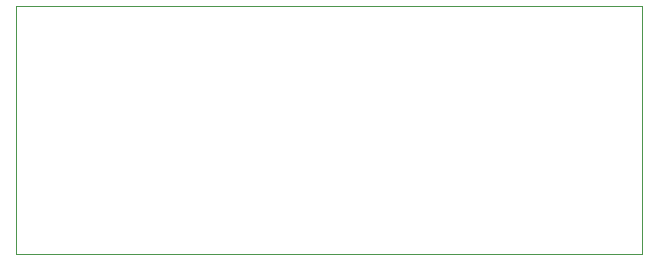
<source format=gbr>
G04 #@! TF.GenerationSoftware,KiCad,Pcbnew,(5.1.8-0-10_14)*
G04 #@! TF.CreationDate,2021-01-18T01:09:31+08:00*
G04 #@! TF.ProjectId,stm32f401_devboard,73746d33-3266-4343-9031-5f646576626f,rev?*
G04 #@! TF.SameCoordinates,Original*
G04 #@! TF.FileFunction,Profile,NP*
%FSLAX46Y46*%
G04 Gerber Fmt 4.6, Leading zero omitted, Abs format (unit mm)*
G04 Created by KiCad (PCBNEW (5.1.8-0-10_14)) date 2021-01-18 01:09:31*
%MOMM*%
%LPD*%
G01*
G04 APERTURE LIST*
G04 #@! TA.AperFunction,Profile*
%ADD10C,0.100000*%
G04 #@! TD*
G04 APERTURE END LIST*
D10*
X153000000Y-50000000D02*
X153000000Y-71000000D01*
X100000000Y-50000000D02*
X153000000Y-50000000D01*
X100000000Y-71000000D02*
X100000000Y-50000000D01*
X153000000Y-71000000D02*
X100000000Y-71000000D01*
M02*

</source>
